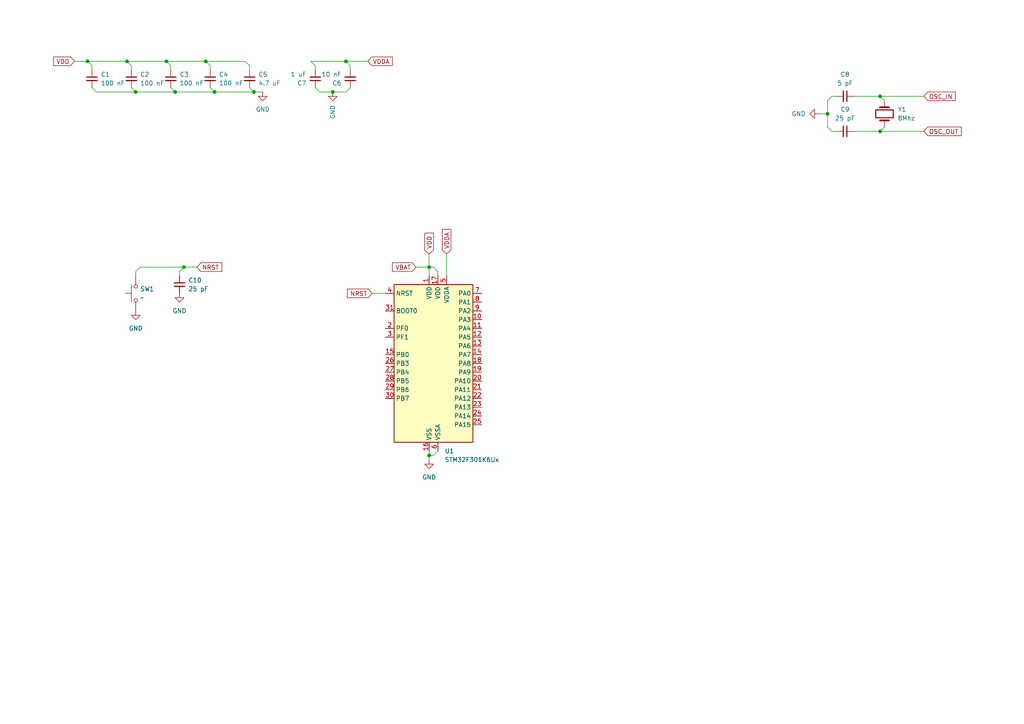
<source format=kicad_sch>
(kicad_sch (version 20230121) (generator eeschema)
  (paper "A4")
  (lib_symbols
    (symbol "Device:C_Small" (pin_numbers hide) (pin_names (offset 0.254) hide)
      (property "Reference" "C" (at 0.254 1.778 0))
      (property "Value" "C_Small" (at 0.254 -2.032 0))
      (symbol "C_Small_0_1"
        (polyline (pts (xy -1.524 -0.508) (xy 1.524 -0.508)) (stroke (width 0.3302)))
        (polyline (pts (xy -1.524 0.508) (xy 1.524 0.508)) (stroke (width 0.3048)))
      )
      (symbol "C_Small_1_1"
        (pin passive line (at 0 2.54 270) (length 2.032) (name "~") (number "1"))
        (pin passive line (at 0 -2.54 90) (length 2.032) (name "~") (number "2"))
      )
    )
    (symbol "Device:Crystal" (pin_numbers hide) (pin_names (offset 1.016) hide)
      (property "Reference" "Y" (at 0 3.81 0))
      (property "Value" "Crystal" (at 0 -3.81 0))
      (symbol "Crystal_0_1"
        (rectangle (start -1.143 2.54) (end 1.143 -2.54) (stroke (width 0.3048)))
        (polyline (pts (xy -2.54 0) (xy -1.905 0)))
        (polyline (pts (xy -1.905 -1.27) (xy -1.905 1.27)) (stroke (width 0.508)))
        (polyline (pts (xy 1.905 -1.27) (xy 1.905 1.27)) (stroke (width 0.508)))
        (polyline (pts (xy 2.54 0) (xy 1.905 0)))
      )
      (symbol "Crystal_1_1"
        (pin passive line (at -3.81 0 0) (length 1.27) (name "1") (number "1"))
        (pin passive line (at 3.81 0 180) (length 1.27) (name "2") (number "2"))
      )
    )
    (symbol "MCU_ST_STM32F3:STM32F301K6Ux"
      (property "Reference" "U" (at -10.16 24.13 0))
      (property "Value" "STM32F301K6Ux" (at 7.62 24.13 0))
      (symbol "STM32F301K6Ux_0_1"
        (rectangle (start -10.16 -22.86) (end 12.7 22.86) (stroke (width 0.254)) (fill (type background)))
      )
      (symbol "STM32F301K6Ux_1_1"
        (pin power_in line (at 0 25.4 270) (length 2.54) (name "VDD") (number "1"))
        (pin bidirectional line (at 15.24 12.7 180) (length 2.54) (name "PA3") (number "10"))
        (pin bidirectional line (at 15.24 10.16 180) (length 2.54) (name "PA4") (number "11"))
        (pin bidirectional line (at 15.24 7.62 180) (length 2.54) (name "PA5") (number "12"))
        (pin bidirectional line (at 15.24 5.08 180) (length 2.54) (name "PA6") (number "13"))
        (pin bidirectional line (at 15.24 2.54 180) (length 2.54) (name "PA7") (number "14"))
        (pin bidirectional line (at -12.7 2.54 0) (length 2.54) (name "PB0") (number "15"))
        (pin power_in line (at 0 -25.4 90) (length 2.54) (name "VSS") (number "16"))
        (pin power_in line (at 2.54 25.4 270) (length 2.54) (name "VDD") (number "17"))
        (pin bidirectional line (at 15.24 0 180) (length 2.54) (name "PA8") (number "18"))
        (pin bidirectional line (at 15.24 -2.54 180) (length 2.54) (name "PA9") (number "19"))
        (pin bidirectional line (at -12.7 10.16 0) (length 2.54) (name "PF0") (number "2"))
        (pin bidirectional line (at 15.24 -5.08 180) (length 2.54) (name "PA10") (number "20"))
        (pin bidirectional line (at 15.24 -7.62 180) (length 2.54) (name "PA11") (number "21"))
        (pin bidirectional line (at 15.24 -10.16 180) (length 2.54) (name "PA12") (number "22"))
        (pin bidirectional line (at 15.24 -12.7 180) (length 2.54) (name "PA13") (number "23"))
        (pin bidirectional line (at 15.24 -15.24 180) (length 2.54) (name "PA14") (number "24"))
        (pin bidirectional line (at 15.24 -17.78 180) (length 2.54) (name "PA15") (number "25"))
        (pin bidirectional line (at -12.7 0 0) (length 2.54) (name "PB3") (number "26"))
        (pin bidirectional line (at -12.7 -2.54 0) (length 2.54) (name "PB4") (number "27"))
        (pin bidirectional line (at -12.7 -5.08 0) (length 2.54) (name "PB5") (number "28"))
        (pin bidirectional line (at -12.7 -7.62 0) (length 2.54) (name "PB6") (number "29"))
        (pin bidirectional line (at -12.7 7.62 0) (length 2.54) (name "PF1") (number "3"))
        (pin bidirectional line (at -12.7 -10.16 0) (length 2.54) (name "PB7") (number "30"))
        (pin input line (at -12.7 15.24 0) (length 2.54) (name "BOOT0") (number "31"))
        (pin passive line (at 0 -25.4 90) (length 2.54) hide (name "VSS") (number "32"))
        (pin passive line (at 0 -25.4 90) (length 2.54) hide (name "VSS") (number "33"))
        (pin input line (at -12.7 20.32 0) (length 2.54) (name "NRST") (number "4"))
        (pin power_in line (at 5.08 25.4 270) (length 2.54) (name "VDDA") (number "5"))
        (pin power_in line (at 2.54 -25.4 90) (length 2.54) (name "VSSA") (number "6"))
        (pin bidirectional line (at 15.24 20.32 180) (length 2.54) (name "PA0") (number "7"))
        (pin bidirectional line (at 15.24 17.78 180) (length 2.54) (name "PA1") (number "8"))
        (pin bidirectional line (at 15.24 15.24 180) (length 2.54) (name "PA2") (number "9"))
      )
    )
    (symbol "Switch:SW_Push" (pin_numbers hide) (pin_names (offset 1.016) hide)
      (property "Reference" "SW" (at 1.27 2.54 0))
      (property "Value" "SW_Push" (at 0 -1.524 0))
      (symbol "SW_Push_0_1"
        (circle (center -2.032 0) (radius 0.508))
        (polyline (pts (xy 0 1.27) (xy 0 3.048)))
        (polyline (pts (xy 2.54 1.27) (xy -2.54 1.27)))
        (circle (center 2.032 0) (radius 0.508))
        (pin passive line (at -5.08 0 0) (length 2.54) (name "1") (number "1"))
        (pin passive line (at 5.08 0 180) (length 2.54) (name "2") (number "2"))
      )
    )
    (symbol "power:GND" (power) (pin_names (offset 0))
      (property "Value" "GND" (at 0 -3.81 0))
      (symbol "GND_0_1"
        (polyline (pts (xy 0 0) (xy 0 -1.27) (xy 1.27 -1.27) (xy 0 -2.54) (xy -1.27 -1.27) (xy 0 -1.27)))
      )
      (symbol "GND_1_1"
        (pin power_in line (at 0 0 270) (length 0) hide (name "GND") (number "1"))
      )
    )
  )
  (junction (at 53.34 77.47))
  (junction (at 48.26 17.78))
  (junction (at 73.66 26.67))
  (junction (at 124.46 77.47))
  (junction (at 39.37 26.67))
  (junction (at 50.8 26.67))
  (junction (at 25.4 17.78))
  (junction (at 62.23 26.67))
  (junction (at 240.03 33.02))
  (junction (at 255.27 27.94))
  (junction (at 36.83 17.78))
  (junction (at 100.33 17.78))
  (junction (at 255.27 38.1))
  (junction (at 59.69 17.78))
  (junction (at 124.46 132.08))
  (junction (at 96.52 26.67))
  (wire (pts (xy 39.37 78.74) (xy 39.37 80.01)))
  (wire (pts (xy 101.6 19.05) (xy 101.6 20.32)))
  (wire (pts (xy 39.37 26.67) (xy 50.8 26.67)))
  (wire (pts (xy 240.03 33.02) (xy 240.03 36.83)))
  (wire (pts (xy 240.03 36.83) (xy 241.3 38.1)))
  (wire (pts (xy 62.23 26.67) (xy 73.66 26.67)))
  (wire (pts (xy 38.1 19.05) (xy 38.1 20.32)))
  (wire (pts (xy 90.17 17.78) (xy 100.33 17.78)))
  (wire (pts (xy 62.23 26.67) (xy 60.96 25.4)))
  (wire (pts (xy 27.94 26.67) (xy 39.37 26.67)))
  (wire (pts (xy 240.03 29.21) (xy 240.03 33.02)))
  (wire (pts (xy 39.37 78.74) (xy 40.64 77.47)))
  (wire (pts (xy 73.66 26.67) (xy 72.39 25.4)))
  (wire (pts (xy 48.26 17.78) (xy 49.53 19.05)))
  (wire (pts (xy 59.69 17.78) (xy 71.12 17.78)))
  (wire (pts (xy 124.46 132.08) (xy 124.46 133.35)))
  (wire (pts (xy 91.44 19.05) (xy 91.44 20.32)))
  (wire (pts (xy 120.65 77.47) (xy 124.46 77.47)))
  (wire (pts (xy 242.57 27.94) (xy 241.3 27.94)))
  (wire (pts (xy 49.53 19.05) (xy 49.53 20.32)))
  (wire (pts (xy 50.8 26.67) (xy 49.53 25.4)))
  (wire (pts (xy 267.97 27.94) (xy 255.27 27.94)))
  (wire (pts (xy 36.83 17.78) (xy 48.26 17.78)))
  (wire (pts (xy 124.46 130.81) (xy 124.46 132.08)))
  (wire (pts (xy 255.27 38.1) (xy 256.54 36.83)))
  (wire (pts (xy 255.27 27.94) (xy 256.54 29.21)))
  (wire (pts (xy 60.96 19.05) (xy 60.96 20.32)))
  (wire (pts (xy 52.07 80.01) (xy 52.07 78.74)))
  (wire (pts (xy 127 130.81) (xy 125.73 132.08)))
  (wire (pts (xy 59.69 17.78) (xy 60.96 19.05)))
  (wire (pts (xy 90.17 17.78) (xy 91.44 19.05)))
  (wire (pts (xy 36.83 17.78) (xy 38.1 19.05)))
  (wire (pts (xy 255.27 38.1) (xy 247.65 38.1)))
  (wire (pts (xy 91.44 25.4) (xy 92.71 26.67)))
  (wire (pts (xy 106.68 17.78) (xy 100.33 17.78)))
  (wire (pts (xy 241.3 38.1) (xy 242.57 38.1)))
  (wire (pts (xy 71.12 17.78) (xy 72.39 19.05)))
  (wire (pts (xy 50.8 26.67) (xy 62.23 26.67)))
  (wire (pts (xy 21.59 17.78) (xy 25.4 17.78)))
  (wire (pts (xy 267.97 38.1) (xy 255.27 38.1)))
  (wire (pts (xy 127 80.01) (xy 127 78.74)))
  (wire (pts (xy 26.67 25.4) (xy 27.94 26.67)))
  (wire (pts (xy 125.73 132.08) (xy 124.46 132.08)))
  (wire (pts (xy 124.46 73.66) (xy 124.46 77.47)))
  (wire (pts (xy 57.15 77.47) (xy 53.34 77.47)))
  (wire (pts (xy 73.66 26.67) (xy 76.2 26.67)))
  (wire (pts (xy 124.46 77.47) (xy 124.46 80.01)))
  (wire (pts (xy 48.26 17.78) (xy 59.69 17.78)))
  (wire (pts (xy 101.6 25.4) (xy 100.33 26.67)))
  (wire (pts (xy 111.76 85.09) (xy 107.95 85.09)))
  (wire (pts (xy 247.65 27.94) (xy 255.27 27.94)))
  (wire (pts (xy 92.71 26.67) (xy 96.52 26.67)))
  (wire (pts (xy 39.37 26.67) (xy 38.1 25.4)))
  (wire (pts (xy 96.52 26.67) (xy 100.33 26.67)))
  (wire (pts (xy 124.46 77.47) (xy 125.73 77.47)))
  (wire (pts (xy 129.54 73.66) (xy 129.54 80.01)))
  (wire (pts (xy 25.4 17.78) (xy 36.83 17.78)))
  (wire (pts (xy 52.07 78.74) (xy 53.34 77.47)))
  (wire (pts (xy 100.33 17.78) (xy 101.6 19.05)))
  (wire (pts (xy 25.4 17.78) (xy 26.67 19.05)))
  (wire (pts (xy 72.39 19.05) (xy 72.39 20.32)))
  (wire (pts (xy 240.03 29.21) (xy 241.3 27.94)))
  (wire (pts (xy 237.49 33.02) (xy 240.03 33.02)))
  (wire (pts (xy 26.67 19.05) (xy 26.67 20.32)))
  (wire (pts (xy 53.34 77.47) (xy 40.64 77.47)))
  (wire (pts (xy 125.73 77.47) (xy 127 78.74)))
  (global_label "OSC_IN" (shape input) (at 267.97 27.94 0) (property "Intersheetrefs" "${INTERSHEET_REFS}" (effects hide)))
  (global_label "VDD" (shape input) (at 21.59 17.78 180) (property "Intersheetrefs" "${INTERSHEET_REFS}" (effects hide)))
  (global_label "VDDA" (shape input) (at 106.68 17.78 0) (property "Intersheetrefs" "${INTERSHEET_REFS}" (effects hide)))
  (global_label "NRST" (shape input) (at 57.15 77.47 0) (property "Intersheetrefs" "${INTERSHEET_REFS}" (effects hide)))
  (global_label "VDDA" (shape input) (at 129.54 73.66 90) (property "Intersheetrefs" "${INTERSHEET_REFS}" (effects hide)))
  (global_label "NRST" (shape input) (at 107.95 85.09 180) (property "Intersheetrefs" "${INTERSHEET_REFS}" (effects hide)))
  (global_label "VBAT" (shape input) (at 120.65 77.47 180) (property "Intersheetrefs" "${INTERSHEET_REFS}" (effects hide)))
  (global_label "OSC_OUT" (shape input) (at 267.97 38.1 0) (property "Intersheetrefs" "${INTERSHEET_REFS}" (effects hide)))
  (global_label "VDD" (shape input) (at 124.46 73.66 90) (property "Intersheetrefs" "${INTERSHEET_REFS}" (effects hide)))
  (symbol (lib_id "power:GND") (at 96.52 26.67 0) (unit 1)
    (property "Reference" "#PWR03" (effects hide))
    (property "Value" "GND" (at 96.52 30.48 90) (effects (justify right)))
  )
  (symbol (lib_id "Device:C_Small") (at 52.07 82.55 0) (unit 1)
    (property "Reference" "C10" (at 54.61 81.2863 0) (effects (justify left)))
    (property "Value" "25 pF" (at 54.61 83.8263 0) (effects (justify left)))
  )
  (symbol (lib_id "Device:C_Small") (at 101.6 22.86 180) (unit 1)
    (property "Reference" "C6" (at 99.06 24.1237 0) (effects (justify left)))
    (property "Value" "10 nF" (at 99.06 21.5837 0) (effects (justify left)))
  )
  (symbol (lib_id "power:GND") (at 237.49 33.02 270) (unit 1)
    (property "Reference" "#PWR04" (effects hide))
    (property "Value" "GND" (at 233.68 33.02 90) (effects (justify right)))
  )
  (symbol (lib_id "power:GND") (at 52.07 85.09 0) (unit 1)
    (property "Reference" "#PWR06" (effects hide))
    (property "Value" "GND" (at 52.07 90.17 0))
  )
  (symbol (lib_id "MCU_ST_STM32F3:STM32F301K6Ux") (at 124.46 105.41 0) (unit 1)
    (property "Reference" "U1" (at 128.9559 130.81 0) (effects (justify left)))
    (property "Value" "STM32F301K6Ux" (at 128.9559 133.35 0) (effects (justify left)))
    (property "Footprint" "Package_DFN_QFN:QFN-32-1EP_5x5mm_P0.5mm_EP3.45x3.45mm" (effects hide))
    (property "Datasheet" "https://www.st.com/resource/en/datasheet/stm32f301k6.pdf" (effects hide))
  )
  (symbol (lib_id "Device:C_Small") (at 245.11 27.94 270) (unit 1)
    (property "Reference" "C8" (at 245.1036 21.59 90))
    (property "Value" "5 pF" (at 245.1036 24.13 90))
  )
  (symbol (lib_id "Device:C_Small") (at 91.44 22.86 180) (unit 1)
    (property "Reference" "C7" (at 88.9 24.1237 0) (effects (justify left)))
    (property "Value" "1 uF" (at 88.9 21.5837 0) (effects (justify left)))
  )
  (symbol (lib_id "Device:C_Small") (at 72.39 22.86 0) (unit 1)
    (property "Reference" "C5" (at 74.93 21.5963 0) (effects (justify left)))
    (property "Value" "4.7 uF" (at 74.93 24.1363 0) (effects (justify left)))
  )
  (symbol (lib_id "Device:C_Small") (at 38.1 22.86 0) (unit 1)
    (property "Reference" "C2" (at 40.64 21.5963 0) (effects (justify left)))
    (property "Value" "100 nF" (at 40.64 24.1363 0) (effects (justify left)))
  )
  (symbol (lib_id "Switch:SW_Push") (at 39.37 85.09 90) (unit 1)
    (property "Reference" "SW1" (at 40.64 83.82 90) (effects (justify right)))
    (property "Value" "~" (at 40.64 86.36 90) (effects (justify right)))
    (property "Footprint" "Button_Switch_SMD:SW_SPST_CK_RS282G05A3" (effects hide))
  )
  (symbol (lib_id "Device:C_Small") (at 60.96 22.86 0) (unit 1)
    (property "Reference" "C4" (at 63.5 21.5963 0) (effects (justify left)))
    (property "Value" "100 nF" (at 63.5 24.1363 0) (effects (justify left)))
  )
  (symbol (lib_id "power:GND") (at 124.46 133.35 0) (unit 1)
    (property "Reference" "#PWR02" (effects hide))
    (property "Value" "GND" (at 124.46 138.43 0))
  )
  (symbol (lib_id "Device:C_Small") (at 49.53 22.86 0) (unit 1)
    (property "Reference" "C3" (at 52.07 21.5963 0) (effects (justify left)))
    (property "Value" "100 nF" (at 52.07 24.1363 0) (effects (justify left)))
  )
  (symbol (lib_id "Device:C_Small") (at 26.67 22.86 0) (unit 1)
    (property "Reference" "C1" (at 29.21 21.5963 0) (effects (justify left)))
    (property "Value" "100 nF" (at 29.21 24.1363 0) (effects (justify left)))
  )
  (symbol (lib_id "power:GND") (at 76.2 26.67 0) (unit 1)
    (property "Reference" "#PWR01" (effects hide))
    (property "Value" "GND" (at 76.2 31.75 0))
  )
  (symbol (lib_id "power:GND") (at 39.37 90.17 0) (unit 1)
    (property "Reference" "#PWR05" (effects hide))
    (property "Value" "GND" (at 39.37 95.25 0))
  )
  (symbol (lib_id "Device:C_Small") (at 245.11 38.1 270) (unit 1)
    (property "Reference" "C9" (at 245.1036 31.75 90))
    (property "Value" "25 pF" (at 245.1036 34.29 90))
  )
  (symbol (lib_id "Device:Crystal") (at 256.54 33.02 90) (unit 1)
    (property "Reference" "Y1" (at 260.35 31.75 90) (effects (justify right)))
    (property "Value" "8Mhz" (at 260.35 34.29 90) (effects (justify right)))
    (property "Footprint" "Crystal:Crystal_SMD_0603-2Pin_6.0x3.5mm_HandSoldering" (effects hide))
  )
)
</source>
